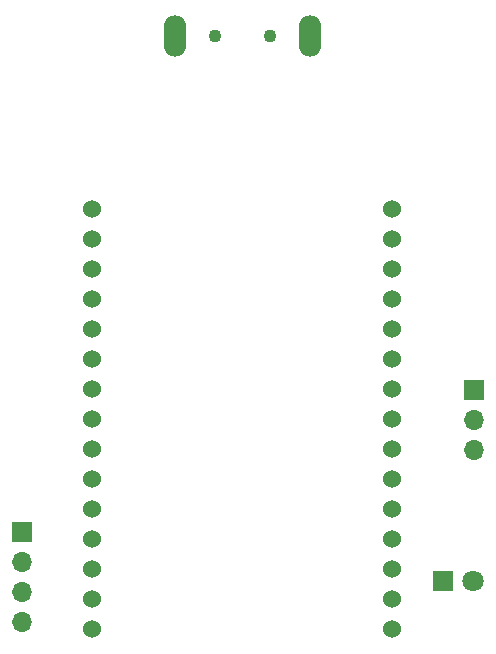
<source format=gbs>
%TF.GenerationSoftware,KiCad,Pcbnew,7.0.6*%
%TF.CreationDate,2024-09-24T20:19:06-04:00*%
%TF.ProjectId,ESP32_Temp_Humidity,45535033-325f-4546-956d-705f48756d69,rev?*%
%TF.SameCoordinates,Original*%
%TF.FileFunction,Soldermask,Bot*%
%TF.FilePolarity,Negative*%
%FSLAX46Y46*%
G04 Gerber Fmt 4.6, Leading zero omitted, Abs format (unit mm)*
G04 Created by KiCad (PCBNEW 7.0.6) date 2024-09-24 20:19:06*
%MOMM*%
%LPD*%
G01*
G04 APERTURE LIST*
%ADD10C,1.100000*%
%ADD11O,1.900000X3.500000*%
%ADD12R,1.800000X1.800000*%
%ADD13C,1.800000*%
%ADD14R,1.700000X1.700000*%
%ADD15O,1.700000X1.700000*%
%ADD16C,1.524000*%
G04 APERTURE END LIST*
D10*
%TO.C,J1*%
X128510000Y-48810000D03*
X133110000Y-48810000D03*
D11*
X125110000Y-48810000D03*
X136510000Y-48810000D03*
%TD*%
D12*
%TO.C,R4*%
X147823000Y-94996000D03*
D13*
X150363000Y-94996000D03*
%TD*%
D14*
%TO.C,J3*%
X150393000Y-78755000D03*
D15*
X150393000Y-81295000D03*
X150393000Y-83835000D03*
%TD*%
D16*
%TO.C,U1*%
X118110000Y-63500000D03*
X118110000Y-66040000D03*
X118110000Y-68580000D03*
X118110000Y-71120000D03*
X118110000Y-73660000D03*
X118110000Y-76200000D03*
X118110000Y-78740000D03*
X118110000Y-81280000D03*
X118110000Y-83820000D03*
X118110000Y-86360000D03*
X118110000Y-88900000D03*
X118110000Y-91440000D03*
X118110000Y-93980000D03*
X118110000Y-96520000D03*
X118110000Y-99060000D03*
X143510000Y-99060000D03*
X143510000Y-96520000D03*
X143510000Y-93980000D03*
X143510000Y-91440000D03*
X143510000Y-88900000D03*
X143510000Y-86360000D03*
X143510000Y-83820000D03*
X143510000Y-81280000D03*
X143510000Y-78740000D03*
X143510000Y-76200000D03*
X143510000Y-73660000D03*
X143510000Y-71120000D03*
X143510000Y-68580000D03*
X143510000Y-66040000D03*
X143510000Y-63500000D03*
%TD*%
D14*
%TO.C,J2*%
X112141000Y-90805000D03*
D15*
X112141000Y-93345000D03*
X112141000Y-95885000D03*
X112141000Y-98425000D03*
%TD*%
M02*

</source>
